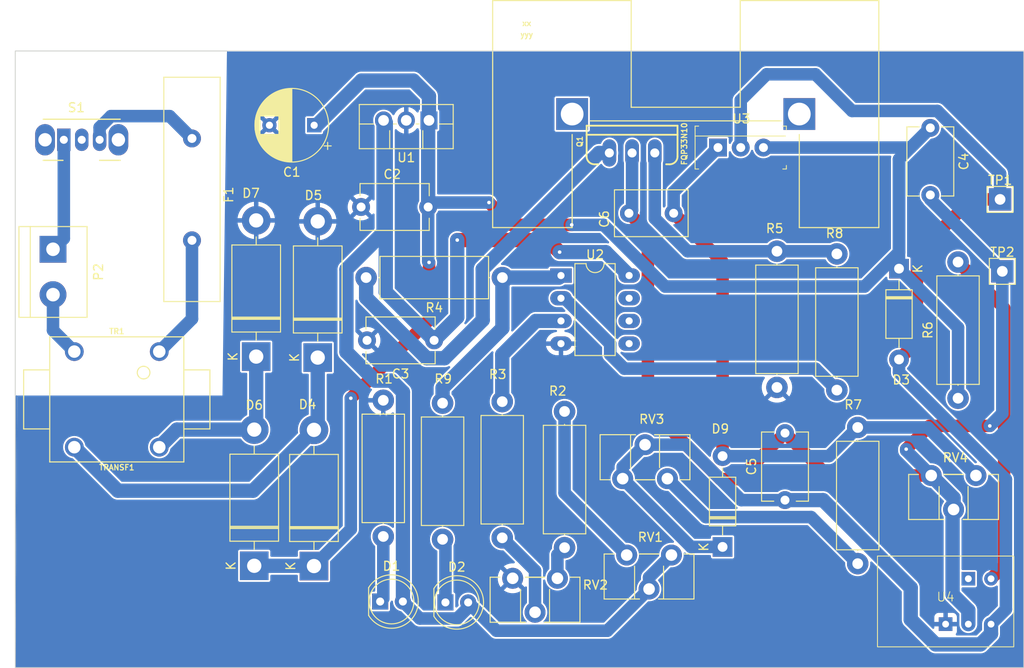
<source format=kicad_pcb>
(kicad_pcb (version 20221018) (generator pcbnew)
  (layers (0 "F.Cu" signal) (31 "B.Cu" signal) (34 "B.Paste" user) (35 "F.Paste" user) (36 "B.SilkS" user "B.Silkscreen") (37 "F.SilkS" user "F.Silkscreen") (38 "B.Mask" user) (39 "F.Mask" user) (44 "Edge.Cuts" user))
  (net 0 "")
  (net 1 "Net-(D9-A)")
  (net 2 "/Load_Yellow")
  (net 3 "Net-(R4-Pad1)")
  (net 4 "Net-(F1-Pad2)")
  (net 5 "Net-(D6-A)")
  (net 6 "Net-(D4-A)")
  (net 7 "Net-(Q1-G)")
  (net 8 "/Load_Red")
  (net 9 "Net-(D2-K)")
  (net 10 "Net-(D1-K)")
  (net 11 "Net-(U2A--)")
  (net 12 "Net-(R7-Pad1)")
  (net 13 "Net-(U2A-+)")
  (net 14 "Net-(R3-Pad2)")
  (net 15 "Net-(R2-Pad1)")
  (net 16 "Net-(R2-Pad2)")
  (net 20 "Net-(S1-2)")
  (net 21 "Net-(P2-AC_P)")
  (net 22 "Net-(P2-AC_N)")
  (net 23 "GND")
  (net 24 "Net-(D1-A)")
  (net 25 "Net-(Q1-S)")
  (net 26 "Net-(#FLG01-pwr)")
  (net 27 "/Gnd_volt")
  (net 28 "/5v_volt")
  (footprint "Capacitor_THT:C_Disc_D7.5mm_W5.0mm_P7.50mm" (layer "F.Cu") (at 173.35 108.3 90)
    (fp_text reference "C5" (at 3.75 -3.75 90) (layer "F.SilkS"))
    (fp_text value "1uF MICC 50V")
    (pad "1" thru_hole circle (at 0 0 90) (size 2 2) (drill 1) (layers "*.Cu" "*.Mask") (net 8 "/Load_Red"))
    (pad "2" thru_hole circle (at 7.5 0 90) (size 2 2) (drill 1) (layers "*.Cu" "*.Mask") (net 2 "/Load_Yellow"))
  )
  (footprint "Diode_THT:D_DO-41_SOD81_P10.16mm_Horizontal" (layer "F.Cu") (at 166.37 113.538 90)
    (fp_text reference "D9" (at 13.208 -0.254 180) (layer "F.SilkS"))
    (fp_text value "1N4007")
    (fp_text user "K" (at 0 -2.1 90) (layer "F.SilkS"))
    (pad "1" thru_hole rect (at 0 0 90) (size 2.2 2.2) (drill 1.1) (layers "*.Cu" "*.Mask") (net 8 "/Load_Red"))
    (pad "2" thru_hole oval (at 10.16 0 90) (size 2.2 2.2) (drill 1.1) (layers "*.Cu" "*.Mask") (net 1 "Net-(D9-A)"))
  )
  (footprint "Resistor_THT:R_Axial_DIN0414_L11.9mm_D4.5mm_P15.24mm_Horizontal" (layer "F.Cu") (at 179.15 95.99 90)
    (fp_text reference "R8" (at 17.526 -0.254 180) (layer "F.SilkS"))
    (fp_text value "1k")
    (pad "1" thru_hole circle (at 0 0 90) (size 2.4 2.4) (drill 1.2) (layers "*.Cu" "*.Mask") (net 11 "Net-(U2A--)"))
    (pad "2" thru_hole oval (at 15.24 0 90) (size 2.4 2.4) (drill 1.2) (layers "*.Cu" "*.Mask") (net 25 "Net-(Q1-S)"))
  )
  (footprint "Potentiometer_THT:Potentiometer_ACP_CA9-H3,8_Horizontal" (layer "F.Cu") (at 147.9 117.05 -90)
    (fp_text reference "RV2" (at 0.75 -4.25 -180) (layer "F.SilkS"))
    (fp_text value "1k")
    (pad "1" thru_hole circle (at 0 0 270) (size 2.34 2.34) (drill 1.3) (layers "*.Cu" "*.Mask") (net 16 "Net-(R2-Pad2)"))
    (pad "2" thru_hole circle (at 3.8 2.5 270) (size 2.34 2.34) (drill 1.3) (layers "*.Cu" "*.Mask") (net 14 "Net-(R3-Pad2)"))
    (pad "3" thru_hole circle (at 0 5 270) (size 2.34 2.34) (drill 1.3) (layers "*.Cu" "*.Mask") (net 23 "GND"))
  )
  (footprint "Resistor_THT:R_Axial_DIN0414_L11.9mm_D4.5mm_P15.24mm_Horizontal" (layer "F.Cu") (at 141.75 83.4 180)
    (fp_text reference "R4" (at 7.62 -3.37) (layer "F.SilkS"))
    (fp_text value "220")
    (pad "1" thru_hole circle (at 0 0 180) (size 2.4 2.4) (drill 1.2) (layers "*.Cu" "*.Mask") (net 3 "Net-(R4-Pad1)"))
    (pad "2" thru_hole oval (at 15.24 0 180) (size 2.4 2.4) (drill 1.2) (layers "*.Cu" "*.Mask") (net 7 "Net-(Q1-G)"))
  )
  (footprint "Potentiometer_THT:Potentiometer_ACP_CA9-H3,8_Horizontal" (layer "F.Cu") (at 194.7 105.55 -90)
    (fp_text reference "RV4" (at -2 2.3 -180) (layer "F.SilkS"))
    (fp_text value "2.5k")
    (pad "1" thru_hole circle (at 0 0 270) (size 2.34 2.34) (drill 1.3) (layers "*.Cu" "*.Mask") (net 1 "Net-(D9-A)"))
    (pad "2" thru_hole circle (at 3.8 2.5 270) (size 2.34 2.34) (drill 1.3) (layers "*.Cu" "*.Mask") (net 2 "/Load_Yellow"))
    (pad "3" thru_hole circle (at 0 5 270) (size 2.34 2.34) (drill 1.3) (layers "*.Cu" "*.Mask") (net 2 "/Load_Yellow"))
  )
  (footprint "Resistor_THT:R_Axial_DIN0414_L11.9mm_D4.5mm_P15.24mm_Horizontal" (layer "F.Cu") (at 192.7 96.9 90)
    (fp_text reference "R6" (at 7.62 -3.37 90) (layer "F.SilkS"))
    (fp_text value "1.5k")
    (pad "1" thru_hole circle (at 0 0 90) (size 2.4 2.4) (drill 1.2) (layers "*.Cu" "*.Mask") (net 26 "Net-(#FLG01-pwr)"))
    (pad "2" thru_hole oval (at 15.24 0 90) (size 2.4 2.4) (drill 1.2) (layers "*.Cu" "*.Mask") (net 28 "/5v_volt"))
  )
  (footprint "Diode_THT:D_DO-201AD_P15.24mm_Horizontal" (layer "F.Cu") (at 120.68 115.68 90)
    (fp_text reference "D4" (at 18.08 -0.72 180) (layer "F.SilkS"))
    (fp_text value "1N5822")
    (fp_text user "K" (at 0 -2.6 90) (layer "F.SilkS"))
    (pad "1" thru_hole rect (at 0 0 90) (size 3.2 3.2) (drill 1.6) (layers "*.Cu" "*.Mask") (net 26 "Net-(#FLG01-pwr)"))
    (pad "2" thru_hole oval (at 15.24 0 90) (size 3.2 3.2) (drill 1.6) (layers "*.Cu" "*.Mask") (net 6 "Net-(D4-A)"))
  )
  (footprint "Resistor_THT:R_Axial_DIN0414_L11.9mm_D4.5mm_P15.24mm_Horizontal" (layer "F.Cu") (at 128.43 112.37 90)
    (fp_text reference "R1" (at 17.628 0.094 180) (layer "F.SilkS"))
    (fp_text value "10k")
    (pad "1" thru_hole circle (at 0 0 90) (size 2.4 2.4) (drill 1.2) (layers "*.Cu" "*.Mask") (net 10 "Net-(D1-K)"))
    (pad "2" thru_hole oval (at 15.24 0 90) (size 2.4 2.4) (drill 1.2) (layers "*.Cu" "*.Mask") (net 23 "GND"))
  )
  (footprint "TestPoint:TestPoint_THTPad_2.5x2.5mm_Drill1.2mm" (layer "F.Cu") (at 197.4 74.65)
    (fp_text reference "TP1" (at 0 -2.148) (layer "F.SilkS"))
    (fp_text value "+")
    (pad "1" thru_hole rect (at 0 0) (size 2.5 2.5) (drill 1.2) (layers "*.Cu" "*.Mask") (net 8 "/Load_Red"))
  )
  (footprint "Resistor_THT:R_Axial_DIN0414_L11.9mm_D4.5mm_P15.24mm_Horizontal" (layer "F.Cu") (at 148.7 98.38 -90)
    (fp_text reference "R2" (at -2.286 0.762 -180) (layer "F.SilkS"))
    (fp_text value "75k")
    (pad "1" thru_hole circle (at 0 0 270) (size 2.4 2.4) (drill 1.2) (layers "*.Cu" "*.Mask") (net 15 "Net-(R2-Pad1)"))
    (pad "2" thru_hole oval (at 15.24 0 270) (size 2.4 2.4) (drill 1.2) (layers "*.Cu" "*.Mask") (net 16 "Net-(R2-Pad2)"))
  )
  (footprint "Button_Switch_THT:SW_CuK_OS102011MA1QN1_SPDT_Angled" (layer "F.Cu") (at 92.71 67.98)
    (fp_text reference "S1" (at 1.4 -3.6) (layer "F.SilkS"))
    (fp_text value "SWITCH-MOMENTARY")
    (pad "" thru_hole oval (at -2.1 0) (size 2.2 3.5) (drill 1.5) (layers "*.Cu" "*.Mask"))
    (pad "" thru_hole oval (at 6.1 0) (size 2.2 3.5) (drill 1.5) (layers "*.Cu" "*.Mask"))
    (pad "1" thru_hole rect (at 0 0) (size 1.5 2.5) (drill 0.9) (layers "*.Cu" "*.Mask") (net 21 "Net-(P2-AC_P)"))
    (pad "2" thru_hole oval (at 2 0) (size 1.5 2.5) (drill 0.9) (layers "*.Cu" "*.Mask"))
    (pad "3" thru_hole oval (at 4 0) (size 1.5 2.5) (drill 0.9) (layers "*.Cu" "*.Mask") (net 20 "Net-(S1-2)"))
  )
  (footprint "Diode_THT:D_DO-201AD_P15.24mm_Horizontal" (layer "F.Cu") (at 114.22 92.24 90)
    (fp_text reference "D7" (at 18.28 -0.58 180) (layer "F.SilkS"))
    (fp_text value "1N5822")
    (fp_text user "K" (at 0 -2.6 90) (layer "F.SilkS"))
    (pad "1" thru_hole rect (at 0 0 90) (size 3.2 3.2) (drill 1.6) (layers "*.Cu" "*.Mask") (net 5 "Net-(D6-A)"))
    (pad "2" thru_hole oval (at 15.24 0 90) (size 3.2 3.2) (drill 1.6) (layers "*.Cu" "*.Mask") (net 23 "GND"))
  )
  (footprint "Diode_THT:D_DO-201AD_P15.24mm_Horizontal" (layer "F.Cu") (at 121.1 92.35 90)
    (fp_text reference "D5" (at 18.15 -0.48 180) (layer "F.SilkS"))
    (fp_text value "1N5822")
    (fp_text user "K" (at 0 -2.6 90) (layer "F.SilkS"))
    (pad "1" thru_hole rect (at 0 0 90) (size 3.2 3.2) (drill 1.6) (layers "*.Cu" "*.Mask") (net 6 "Net-(D4-A)"))
    (pad "2" thru_hole oval (at 15.24 0 90) (size 3.2 3.2) (drill 1.6) (layers "*.Cu" "*.Mask") (net 23 "GND"))
  )
  (footprint "Capacitor_THT:C_Disc_D7.5mm_W5.0mm_P7.50mm" (layer "F.Cu") (at 189.6 66.65 -90)
    (fp_text reference "C4" (at 3.75 -3.75 90) (layer "F.SilkS"))
    (fp_text value "100nF 50v")
    (pad "1" thru_hole circle (at 0 0 270) (size 2 2) (drill 1) (layers "*.Cu" "*.Mask") (net 26 "Net-(#FLG01-pwr)"))
    (pad "2" thru_hole circle (at 7.5 0 270) (size 2 2) (drill 1) (layers "*.Cu" "*.Mask") (net 2 "/Load_Yellow"))
  )
  (footprint "Resistor_THT:R_Axial_DIN0414_L11.9mm_D4.5mm_P15.24mm_Horizontal" (layer "F.Cu") (at 172.45 95.69 90)
    (fp_text reference "R5" (at 17.78 -0.254 180) (layer "F.SilkS"))
    (fp_text value "0.3")
    (pad "1" thru_hole circle (at 0 0 90) (size 2.4 2.4) (drill 1.2) (layers "*.Cu" "*.Mask") (net 23 "GND"))
    (pad "2" thru_hole oval (at 15.24 0 90) (size 2.4 2.4) (drill 1.2) (layers "*.Cu" "*.Mask") (net 25 "Net-(Q1-S)"))
  )
  (footprint "Silicon-Standard:TO220V" (layer "F.Cu") (at 156.25 69.45)
    (fp_text reference "Q1" (at -5.842 -1.27 90) (layer "F.SilkS") (effects (font (size 0.6096 0.6096) (thickness 0.127))))
    (fp_text value "FQP33N10" (at 5.842 -1.016 90) (layer "F.SilkS") (effects (font (size 0.6096 0.6096) (thickness 0.127))))
    (pad "1" thru_hole oval (at -2.54 0 180) (size 1.524 3.048) (drill 1.016) (layers "*.Cu" "*.Mask") (net 7 "Net-(Q1-G)"))
    (pad "2" thru_hole oval (at 0 0 180) (size 1.524 3.048) (drill 1.016) (layers "*.Cu" "*.Mask") (net 2 "/Load_Yellow"))
    (pad "3" thru_hole oval (at 2.54 0 180) (size 1.524 3.048) (drill 1.016) (layers "*.Cu" "*.Mask") (net 25 "Net-(Q1-S)"))
  )
  (footprint "Resistor_THT:R_Axial_DIN0414_L11.9mm_D4.5mm_P15.24mm_Horizontal" (layer "F.Cu") (at 135.06 112.69 90)
    (fp_text reference "R9" (at 17.948 0.068 180) (layer "F.SilkS"))
    (fp_text value "7.5k")
    (pad "1" thru_hole circle (at 0 0 90) (size 2.4 2.4) (drill 1.2) (layers "*.Cu" "*.Mask") (net 9 "Net-(D2-K)"))
    (pad "2" thru_hole oval (at 15.24 0 90) (size 2.4 2.4) (drill 1.2) (layers "*.Cu" "*.Mask") (net 3 "Net-(R4-Pad1)"))
  )
  (footprint "Resistor_THT:R_Axial_DIN0414_L11.9mm_D4.5mm_P15.24mm_Horizontal" (layer "F.Cu") (at 181.48 115.41 90)
    (fp_text reference "R7" (at 17.78 -0.508 180) (layer "F.SilkS"))
    (fp_text value "180")
    (pad "1" thru_hole circle (at 0 0 90) (size 2.4 2.4) (drill 1.2) (layers "*.Cu" "*.Mask") (net 12 "Net-(R7-Pad1)"))
    (pad "2" thru_hole oval (at 15.24 0 90) (size 2.4 2.4) (drill 1.2) (layers "*.Cu" "*.Mask") (net 1 "Net-(D9-A)"))
  )
  (footprint "digikey-footprints:TO-220-3" (layer "F.Cu") (at 165.86 68.85)
    (fp_text reference "U3" (at 2.62 -3.22) (layer "F.SilkS"))
    (fp_text value "LM317T")
    (pad "1" thru_hole rect (at 0 0) (size 2 2) (drill 1) (layers "*.Cu" "*.Mask") (net 1 "Net-(D9-A)"))
    (pad "2" thru_hole circle (at 2.54 0) (size 2 2) (drill 1) (layers "*.Cu" "*.Mask") (net 8 "/Load_Red"))
    (pad "3" thru_hole circle (at 5.08 0) (size 2 2) (drill 1) (layers "*.Cu" "*.Mask") (net 26 "Net-(#FLG01-pwr)"))
  )
  (footprint "Electromechanical:HEATSINK_PRT-9576" (layer "F.Cu") (at 162.25 65.1)
    (fp_text reference "xx" (at -17.78 -10.16) (layer "F.SilkS") (effects (font (size 0.6096 0.6096) (thickness 0.127))))
    (fp_text value "yyy" (at -17.78 -8.89) (layer "F.SilkS") (effects (font (size 0.6096 0.6096) (thickness 0.127))))
    (pad "P$1" thru_hole rect (at -12.7 0) (size 3.556 3.556) (drill 2.54) (layers "*.Cu" "*.Mask"))
    (pad "P$2" thru_hole rect (at 12.7 0) (size 3.556 3.556) (drill 2.54) (layers "*.Cu" "*.Mask"))
  )
  (footprint "Bench_Power_Supply:Volt_Amper_Meter_5_Cable" (layer "F.Cu") (at 191.31 119.64)
    (fp_text reference "U4" (at 0 -0.5 unlocked) (layer "F.SilkS") (effects (font (thickness 0.1))))
    (fp_text value "~")
    (pad "1" thru_hole circle (at 5.08 -2.54) (size 1.524 1.524) (drill 0.762) (layers "*.Cu" "*.Mask") (net 28 "/5v_volt"))
    (pad "2" thru_hole rect (at 2.54 -2.54) (size 1.524 1.524) (drill 0.762) (layers "*.Cu" "*.Mask") (net 27 "/Gnd_volt"))
    (pad "3" thru_hole circle (at 5.08 2.54) (size 1.524 1.524) (drill 0.762) (layers "*.Cu" "*.Mask") (net 8 "/Load_Red"))
    (pad "4" thru_hole circle (at 2.54 2.54) (size 1.524 1.524) (drill 0.762) (layers "*.Cu" "*.Mask") (net 2 "/Load_Yellow"))
    (pad "5" thru_hole rect (at 0 2.54) (size 1.524 1.524) (drill 0.762) (layers "*.Cu" "*.Mask") (net 23 "GND"))
  )
  (footprint "Capacitor_THT:C_Disc_D8.0mm_W5.0mm_P5.00mm" (layer "F.Cu") (at 160.9 76.2 180)
    (fp_text reference "C6" (at 7.75 -0.65 90) (layer "F.SilkS"))
    (fp_text value "10uF 25V Tant.")
    (pad "1" thru_hole circle (at 0 0 180) (size 2 2) (drill 1) (layers "*.Cu" "*.Mask") (net 1 "Net-(D9-A)"))
    (pad "2" thru_hole circle (at 5 0 180) (size 2 2) (drill 1) (layers "*.Cu" "*.Mask") (net 2 "/Load_Yellow"))
  )
  (footprint "TestPoint:TestPoint_THTPad_2.5x2.5mm_Drill1.2mm" (layer "F.Cu") (at 197.65 82.7)
    (fp_text reference "TP2" (at 0 -2.148) (layer "F.SilkS"))
    (fp_text value "-")
    (pad "1" thru_hole rect (at 0 0) (size 2.5 2.5) (drill 1.2) (layers "*.Cu" "*.Mask") (net 2 "/Load_Yellow"))
  )
  (footprint "TerminalBlock:TerminalBlock_bornier-2_P5.08mm" (layer "F.Cu") (at 91.5 80.23 -90)
    (fp_text reference "P2" (at 2.54 -5.08 90) (layer "F.SilkS"))
    (fp_text value "Conn_WallPlug")
    (pad "1" thru_hole rect (at 0 0 270) (size 3 3) (drill 1.52) (layers "*.Cu" "*.Mask") (net 21 "Net-(P2-AC_P)"))
    (pad "2" thru_hole circle (at 5.08 0 270) (size 3 3) (drill 1.52) (layers "*.Cu" "*.Mask") (net 22 "Net-(P2-AC_N)"))
  )
  (footprint "Diode_THT:D_DO-201AD_P15.24mm_Horizontal" (layer "F.Cu") (at 114 115.65 90)
    (fp_text reference "D6" (at 17.98 0 180) (layer "F.SilkS"))
    (fp_text value "1N5822")
    (fp_text user "K" (at 0 -2.6 90) (layer "F.SilkS"))
    (pad "1" thru_hole rect (at 0 0 90) (size 3.2 3.2) (drill 1.6) (layers "*.Cu" "*.Mask") (net 26 "Net-(#FLG01-pwr)"))
    (pad "2" thru_hole oval (at 15.24 0 90) (size 3.2 3.2) (drill 1.6) (layers "*.Cu" "*.Mask") (net 5 "Net-(D6-A)"))
  )
  (footprint "Package_DIP:DIP-8_W7.62mm_LongPads" (layer "F.Cu") (at 148.3 83.17)
    (fp_text reference "U2" (at 3.81 -2.33) (layer "F.SilkS"))
    (fp_text value "LM358")
    (pad "1" thru_hole rect (at 0 0) (size 2.4 1.6) (drill 0.8) (layers "*.Cu" "*.Mask") (net 3 "Net-(R4-Pad1)"))
    (pad "2" thru_hole oval (at 0 2.54) (size 2.4 1.6) (drill 0.8) (layers "*.Cu" "*.Mask") (net 11 "Net-(U2A--)"))
    (pad "3" thru_hole oval (at 0 5.08) (size 2.4 1.6) (drill 0.8) (layers "*.Cu" "*.Mask") (net 13 "Net-(U2A-+)"))
    (pad "4" thru_hole oval (at 0 7.62) (size 2.4 1.6) (drill 0.8) (layers "*.Cu" "*.Mask") (net 23 "GND"))
    (pad "5" thru_hole oval (at 7.62 7.62) (size 2.4 1.6) (drill 0.8) (layers "*.Cu" "*.Mask"))
    (pad "6" thru_hole oval (at 7.62 5.08) (size 2.4 1.6) (drill 0.8) (layers "*.Cu" "*.Mask"))
    (pad "7" thru_hole oval (at 7.62 2.54) (size 2.4 1.6) (drill 0.8) (layers "*.Cu" "*.Mask"))
    (pad "8" thru_hole oval (at 7.62 0) (size 2.4 1.6) (drill 0.8) (layers "*.Cu" "*.Mask") (net 24 "Net-(D1-A)"))
  )
  (footprint "Diode_THT:D_DO-41_SOD81_P10.16mm_Horizontal" (layer "F.Cu") (at 186.1 82.4 -90)
    (fp_text reference "D3" (at 12.446 -0.254) (layer "F.SilkS"))
    (fp_text value "1N4007")
    (fp_text user "K" (at 0 -2.1 90) (layer "F.SilkS"))
    (pad "1" thru_hole rect (at 0 0 270) (size 2.2 2.2) (drill 1.1) (layers "*.Cu" "*.Mask") (net 26 "Net-(#FLG01-pwr)"))
    (pad "2" thru_hole oval (at 10.16 0 270) (size 2.2 2.2) (drill 1.1) (layers "*.Cu" "*.Mask") (net 8 "/Load_Red"))
  )
  (footprint "Package_TO_SOT_THT:TO-220F-3_Vertical" (layer "F.Cu") (at 133.54 65.805 180)
    (fp_text reference "U1" (at 2.54 -4.1675) (layer "F.SilkS"))
    (fp_text value "L7812")
    (pad "1" thru_hole rect (at 0 0 180) (size 1.905 2) (drill 1.2) (layers "*.Cu" "*.Mask") (net 26 "Net-(#FLG01-pwr)"))
    (pad "2" thru_hole oval (at 2.54 0 180) (size 1.905 2) (drill 1.2) (layers "*.Cu" "*.Mask") (net 23 "GND"))
    (pad "3" thru_hole oval (at 5.08 0 180) (size 1.905 2) (drill 1.2) (layers "*.Cu" "*.Mask") (net 24 "Net-(D1-A)"))
  )
  (footprint "LED_THT:LED_D5.0mm" (layer "F.Cu") (at 135.38 119.75)
    (fp_text reference "D2" (at 1.27 -3.96) (layer "F.SilkS"))
    (fp_text value "Red")
    (pad "1" thru_hole rect (at 0 0) (size 1.8 1.8) (drill 0.9) (layers "*.Cu" "*.Mask") (net 9 "Net-(D2-K)"))
    (pad "2" thru_hole circle (at 2.54 0) (size 1.8 1.8) (drill 0.9) (layers "*.Cu" "*.Mask") (net 24 "Net-(D1-A)"))
  )
  (footprint "Capacitor_THT:C_Disc_D7.5mm_W5.0mm_P7.50mm" (layer "F.Cu") (at 133.45 75.5 180)
    (fp_text reference "C2" (at 4.02 3.66) (layer "F.SilkS"))
    (fp_text value "100nF 50v")
    (pad "1" thru_hole circle (at 0 0 180) (size 2 2) (drill 1) (layers "*.Cu" "*.Mask") (net 26 "Net-(#FLG01-pwr)"))
    (pad "2" thru_hole circle (at 7.5 0 180) (size 2 2) (drill 1) (layers "*.Cu" "*.Mask") (net 23 "GND"))
  )
  (footprint "Capacitor_THT:C_Disc_D7.5mm_W5.0mm_P7.50mm" (layer "F.Cu") (at 134.112 90.424 180)
    (fp_text reference "C3" (at 3.75 -3.75) (layer "F.SilkS"))
    (fp_text value "1uF MICC 50V")
    (pad "1" thru_hole circle (at 0 0 180) (size 2 2) (drill 1) (layers "*.Cu" "*.Mask") (net 24 "Net-(D1-A)"))
    (pad "2" thru_hole circle (at 7.5 0 180) (size 2 2) (drill 1) (layers "*.Cu" "*.Mask") (net 23 "GND"))
  )
  (footprint "Capacitor_THT:CP_Radial_D8.0mm_P5.00mm" (layer "F.Cu") (at 120.7 66.35 180)
    (fp_text reference "C1" (at 2.5 -5.25) (layer "F.SilkS"))
    (fp_text value "4700uF 35V")
    (pad "1" thru_hole rect (at 0 0 180) (size 1.6 1.6) (drill 0.8) (layers "*.Cu" "*.Mask") (net 26 "Net-(#FLG01-pwr)"))
    (pad "2" thru_hole circle (at 5 0 180) (size 1.6 1.6) (drill 0.8) (layers "*.Cu" "*.Mask") (net 23 "GND"))
  )
  (footprint "Resistor_THT:R_Axial_DIN0414_L11.9mm_D4.5mm_P15.24mm_Horizontal" (layer "F.Cu") (at 141.732 97.282 -90)
    (fp_text reference "R3" (at -3.048 0.508 -180) (layer "F.SilkS"))
    (fp_text value "1k")
    (pad "1" thru_hole circle (at 0 0 270) (size 2.4 2.4) (drill 1.2) (layers "*.Cu" "*.Mask") (net 13 "Net-(U2A-+)"))
    (pad "2" thru_hole oval (at 15.24 0 270) (size 2.4 2.4) (drill 1.2) (layers "*.Cu" "*.Mask") (net 14 "Net-(R3-Pad2)"))
  )
  (footprint "Potentiometer_THT:Potentiometer_ACP_CA9-H3,8_Horizontal" (layer "F.Cu") (at 155.2 105.9 90)
    (fp_text reference "RV3" (at 6.65 3.25) (layer "F.SilkS"))
    (fp_text value "100")
    (pad "1" thru_hole circle (at 0 0 90) (size 2.34 2.34) (drill 1.3) (layers "*.Cu" "*.Mask") (net 8 "/Load_Red"))
    (pad "2" thru_hole circle (at 3.8 2.5 90) (size 2.34 2.34) (drill 1.3) (layers "*.Cu" "*.Mask") (net 8 "/Load_Red"))
    (pad "3" thru_hole circle (at 0 5 90) (size 2.34 2.34) (drill 1.3) (layers "*.Cu" "*.Mask") (net 12 "Net-(R7-Pad1)"))
  )
  (footprint "LED_THT:LED_D5.0mm" (layer "F.Cu") (at 128.08 119.65)
    (fp_text reference "D1" (at 1.27 -3.96) (layer "F.SilkS"))
    (fp_text value "Green On")
    (pad "1" thru_hole rect (at 0 0) (size 1.8 1.8) (drill 0.9) (layers "*.Cu" "*.Mask") (net 10 "Net-(D1-K)"))
    (pad "2" thru_hole circle (at 2.54 0) (size 1.8 1.8) (drill 0.9) (layers "*.Cu" "*.Mask") (net 24 "Net-(D1-A)"))
  )
  (footprint "Fuse:Fuse_Littelfuse-LVR200" (layer "F.Cu") (at 107.04 67.83 -90)
    (fp_text reference "F1" (at 6.3 -4.1 90) (layer "F.SilkS"))
    (fp_text value "Fuse")
    (pad "1" thru_hole circle (at 0 0 270) (size 2 2) (drill 1) (layers "*.Cu" "*.Mask") (net 20 "Net-(S1-2)"))
    (pad "2" thru_hole circle (at 11.4 0 270) (size 2 2) (drill 1) (layers "*.Cu" "*.Mask") (net 4 "Net-(F1-Pad2)"))
  )
  (footprint "Coils:TRANSFORMER" (layer "F.Cu") (at 98.63 97.03 -90)
    (fp_text reference "TR1" (at -7.62 0) (layer "F.SilkS") (effects (font (size 0.6096 0.6096) (thickness 0.127))))
    (fp_text value "TRANSF1" (at 7.62 0) (layer "F.SilkS") (effects (font (size 0.6096 0.6096) (thickness 0.127))))
    (pad "1" thru_hole circle (at -5.34924 -4.7498 270) (size 2.09804 2.09804) (drill 1.39954) (layers "*.Cu" "*.Mask") (net 4 "Net-(F1-Pad2)"))
    (pad "2" thru_hole circle (at -5.34924 4.7498 270) (size 2.09804 2.09804) (drill 1.39954) (layers "*.Cu" "*.Mask") (net 22 "Net-(P2-AC_N)"))
    (pad "3" thru_hole circle (at 5.34924 4.7498 270) (size 2.09804 2.09804) (drill 1.39954) (layers "*.Cu" "*.Mask") (net 6 "Net-(D4-A)"))
    (pad "4" thru_hole circle (at 5.34924 -4.7498 270) (size 2.09804 2.09804) (drill 1.39954) (layers "*.Cu" "*.Mask") (net 5 "Net-(D6-A)"))
  )
  (footprint "Potentiometer_THT:Potentiometer_ACP_CA9-H3,8_Horizontal" (layer "F.Cu") (at 160.65 114.45 -90)
    (fp_text reference "RV1" (at -2 2.35 -180) (layer "F.SilkS"))
    (fp_text value "100k")
    (pad "1" thru_hole circle (at 0 0 270) (size 2.34 2.34) (drill 1.3) (layers "*.Cu" "*.Mask") (net 24 "Net-(D1-A)"))
    (pad "2" thru_hole circle (at 3.8 2.5 270) (size 2.34 2.34) (drill 1.3) (layers "*.Cu" "*.Mask") (net 24 "Net-(D1-A)"))
    (pad "3" thru_hole circle (at 0 5 270) (size 2.34 2.34) (drill 1.3) (layers "*.Cu" "*.Mask") (net 15 "Net-(R2-Pad1)"))
  )
  (gr_rect (start 87.28 58.04) (end 200.05 127.05) (stroke (width 0.1)) (fill none) (layer "Edge.Cuts"))
  (segment (start 166.37 81.67) (end 160.9 76.2) (width 1.4) (layer "F.Cu") (net 1))
  (segment (start 166.37 103.378) (end 166.37 81.67) (width 1.4) (layer "F.Cu") (net 1))
  (segment (start 178.272 103.378) (end 181.48 100.17) (width 1.4) (layer "B.Cu") (net 1))
  (segment (start 160.9 73.81) (end 165.86 68.85) (width 1.4) (layer "B.Cu") (net 1))
  (segment (start 194.7 105.55) (end 189.32 100.17) (width 1.4) (layer "B.Cu") (net 1))
  (segment (start 166.37 103.378) (end 178.272 103.378) (width 1.4) (layer "B.Cu") (net 1))
  (segment (start 160.9 76.2) (end 160.9 73.81) (width 1.4) (layer "B.Cu") (net 1))
  (segment (start 189.32 100.17) (end 181.48 100.17) (width 1.4) (layer "B.Cu") (net 1))
  (segment (start 158.02 78.32) (end 158.02 97.856428) (width 1.4) (layer "F.Cu") (net 2))
  (segment (start 168.2 105.95) (end 173.35 100.8) (width 1.4) (layer "F.Cu") (net 2))
  (segment (start 155.9 76.2) (end 158.02 78.32) (width 1.4) (layer "F.Cu") (net 2))
  (segment (start 196.25 100) (end 189.5 100) (width 1.4) (layer "F.Cu") (net 2))
  (segment (start 189.5 100) (end 186.9 102.6) (width 1.4) (layer "F.Cu") (net 2))
  (segment (start 173.35 100.8) (end 178.1 105.55) (width 1.4) (layer "F.Cu") (net 2))
  (segment (start 166.113572 105.95) (end 168.2 105.95) (width 1.4) (layer "F.Cu") (net 2))
  (segment (start 178.1 105.55) (end 189.7 105.55) (width 1.4) (layer "F.Cu") (net 2))
  (segment (start 158.02 97.856428) (end 166.113572 105.95) (width 1.4) (layer "F.Cu") (net 2))
  (via (at 196.25 100) (size 0.8) (drill 0.4) (layers "F.Cu" "B.Cu") (net 2))
  (via (at 186.9 102.6) (size 0.8) (drill 0.4) (layers "F.Cu" "B.Cu") (net 2))
  (segment (start 197.65 98.6) (end 196.25 100) (width 1.4) (layer "B.Cu") (net 2))
  (segment (start 156.25 75.85) (end 155.9 76.2) (width 1.4) (layer "B.Cu") (net 2))
  (segment (start 192.2 109.35) (end 192.2 108.05) (width 1.6) (layer "B.Cu") (net 2))
  (segment (start 156.25 69.45) (end 156.25 75.85) (width 1.4) (layer "B.Cu") (net 2))
  (segment (start 186.9 102.75) (end 189.7 105.55) (width 1.4) (layer "B.Cu") (net 2))
  (segment (start 193.85 122.18) (end 193.85 120.624) (width 1.6) (layer "B.Cu") (net 2))
  (segment (start 189.6 74.15) (end 189.6 74.65) (width 1.4) (layer "B.Cu") (net 2))
  (segment (start 192.2 108.05) (end 189.7 105.55) (width 1.6) (layer "B.Cu") (net 2))
  (segment (start 189.6 74.65) (end 197.65 82.7) (width 1.4) (layer "B.Cu") (net 2))
  (segment (start 192.088 118.862) (end 192.088 109.462) (width 1.6) (layer "B.Cu") (net 2))
  (segment (start 197.65 82.7) (end 197.65 98.6) (width 1.4) (layer "B.Cu") (net 2))
  (segment (start 193.85 120.624) (end 192.088 118.862) (width 1.6) (layer "B.Cu") (net 2))
  (segment (start 192.088 109.462) (end 192.2 109.35) (width 1.6) (layer "B.Cu") (net 2))
  (segment (start 186.9 102.6) (end 186.9 102.75) (width 1.4) (layer "B.Cu") (net 2))
  (segment (start 135.06 95.752944) (end 141.75 89.062944) (width 1.6) (layer "B.Cu") (net 3))
  (segment (start 148.07 83.4) (end 148.3 83.17) (width 1.6) (layer "B.Cu") (net 3))
  (segment (start 141.75 89.062944) (end 141.75 83.4) (width 1.6) (layer "B.Cu") (net 3))
  (segment (start 135.06 97.45) (end 135.06 95.752944) (width 1.6) (layer "B.Cu") (net 3))
  (segment (start 141.75 83.4) (end 148.07 83.4) (width 1.6) (layer "B.Cu") (net 3))
  (segment (start 107.04 88.02056) (end 103.3798 91.68076) (width 1.4) (layer "B.Cu") (net 4))
  (segment (start 107.04 79.23) (end 107.04 88.02056) (width 1.4) (layer "B.Cu") (net 4))
  (segment (start 114.22 92.24) (end 114.22 100.19) (width 1.6) (layer "B.Cu") (net 5))
  (segment (start 105.34904 100.41) (end 103.3798 102.37924) (width 1.6) (layer "B.Cu") (net 5))
  (segment (start 114.22 100.19) (end 114 100.41) (width 1.6) (layer "B.Cu") (net 5))
  (segment (start 114 100.41) (end 105.34904 100.41) (width 1.6) (layer "B.Cu") (net 5))
  (segment (start 113.87 107.25) (end 120.68 100.44) (width 1.6) (layer "B.Cu") (net 6))
  (segment (start 121.1 100.02) (end 120.68 100.44) (width 1.6) (layer "B.Cu") (net 6))
  (segment (start 121.1 92.35) (end 121.1 100.02) (width 1.6) (layer "B.Cu") (net 6))
  (segment (start 93.8802 102.37924) (end 98.75096 107.25) (width 1.6) (layer "B.Cu") (net 6))
  (segment (start 98.75096 107.25) (end 113.87 107.25) (width 1.6) (layer "B.Cu") (net 6))
  (segment (start 126.51 85.650428) (end 133.283572 92.424) (width 1.6) (layer "B.Cu") (net 7))
  (segment (start 152.55 69.45) (end 153.71 69.45) (width 1.6) (layer "B.Cu") (net 7))
  (segment (start 133.283572 92.424) (end 135.276 92.424) (width 1.6) (layer "B.Cu") (net 7))
  (segment (start 135.276 92.424) (end 139.55 88.15) (width 1.6) (layer "B.Cu") (net 7))
  (segment (start 139.55 82.45) (end 152.55 69.45) (width 1.6) (layer "B.Cu") (net 7))
  (segment (start 139.55 88.15) (end 139.55 82.45) (width 1.6) (layer "B.Cu") (net 7))
  (segment (start 126.51 83.4) (end 126.51 85.650428) (width 1.6) (layer "B.Cu") (net 7))
  (segment (start 194.2 74.65) (end 188.1 80.75) (width 1.4) (layer "F.Cu") (net 8))
  (segment (start 197.4 74.65) (end 194.2 74.65) (width 1.4) (layer "F.Cu") (net 8))
  (segment (start 188.1 90.56) (end 186.1 92.56) (width 1.4) (layer "F.Cu") (net 8))
  (segment (start 188.1 80.75) (end 188.1 90.56) (width 1.4) (layer "F.Cu") (net 8))
  (segment (start 190.2 124.45) (end 187.40873 121.65873) (width 1.6) (layer "B.Cu") (net 8))
  (segment (start 168.4 68.05) (end 168.4 68.85) (width 1.4) (layer "B.Cu") (net 8))
  (segment (start 197.4 71.762994) (end 190.387006 64.75) (width 1.4) (layer "B.Cu") (net 8))
  (segment (start 155.2 105.9) (end 155.2 104.6) (width 1.4) (layer "B.Cu") (net 8))
  (segment (start 180.85 64.75) (end 176.75 60.65) (width 1.4) (layer "B.Cu") (net 8))
  (segment (start 162.838 113.538) (end 166.37 113.538) (width 1.4) (layer "B.Cu") (net 8))
  (segment (start 187.40873 121.65873) (end 187.40873 118.10873) (width 1.6) (layer "B.Cu") (net 8))
  (segment (start 177.6 108.3) (end 173.35 108.3) (width 1.6) (layer "B.Cu") (net 8))
  (segment (start 168.463572 108.3) (end 173.35 108.3) (width 1.4) (layer "B.Cu") (net 8))
  (segment (start 198.052 105.974577) (end 198.052 120.518) (width 1.4) (layer "B.Cu") (net 8))
  (segment (start 157.7 102.1) (end 162.263572 102.1) (width 1.4) (layer "B.Cu") (net 8))
  (segment (start 176.75 60.65) (end 171.3 60.65) (width 1.4) (layer "B.Cu") (net 8))
  (segment (start 171.3 60.65) (end 168.4 63.55) (width 1.4) (layer "B.Cu") (net 8))
  (segment (start 197.4 74.65) (end 197.4 71.762994) (width 1.4) (layer "B.Cu") (net 8))
  (segment (start 198.052 120.518) (end 196.39 122.18) (width 1.4) (layer "B.Cu") (net 8))
  (segment (start 168.4 63.55) (end 168.4 68.85) (width 1.4) (layer "B.Cu") (net 8))
  (segment (start 187.40873 118.10873) (end 177.6 108.3) (width 1.6) (layer "B.Cu") (net 8))
  (segment (start 196.39 122.18) (end 196.39 123.25763) (width 1.6) (layer "B.Cu") (net 8))
  (segment (start 186.1 94.022577) (end 198.052 105.974577) (width 1.4) (layer "B.Cu") (net 8))
  (segment (start 190.387006 64.75) (end 180.85 64.75) (width 1.4) (layer "B.Cu") (net 8))
  (segment (start 155.2 105.9) (end 162.838 113.538) (width 1.4) (layer "B.Cu") (net 8))
  (segment (start 162.263572 102.1) (end 168.463572 108.3) (width 1.4) (layer "B.Cu") (net 8))
  (segment (start 155.2 104.6) (end 157.7 102.1) (width 1.4) (layer "B.Cu") (net 8))
  (segment (start 186.1 92.56) (end 186.1 94.022577) (width 1.4) (layer "B.Cu") (net 8))
  (segment (start 196.39 123.25763) (end 195.19763 124.45) (width 1.6) (layer "B.Cu") (net 8))
  (segment (start 195.19763 124.45) (end 190.2 124.45) (width 1.6) (layer "B.Cu") (net 8))
  (segment (start 135.38 113.01) (end 135.06 112.69) (width 1.4) (layer "B.Cu") (net 9))
  (segment (start 135.38 119.75) (end 135.38 113.01) (width 1.4) (layer "B.Cu") (net 9))
  (segment (start 128.43 119.3) (end 128.08 119.65) (width 1.4) (layer "B.Cu") (net 10))
  (segment (start 128.43 112.37) (end 128.43 119.3) (width 1.4) (layer "B.Cu") (net 10))
  (segment (start 148.7 85.71) (end 153.8 90.81) (width 1.4) (layer "B.Cu") (net 11))
  (segment (start 155.39 93.59) (end 176.75 93.59) (width 1.4) (layer "B.Cu") (net 11))
  (segment (start 153.8 92) (end 155.39 93.59) (width 1.4) (layer "B.Cu") (net 11))
  (segment (start 176.75 93.59) (end 179.15 95.99) (width 1.4) (layer "B.Cu") (net 11))
  (segment (start 148.3 85.71) (end 148.7 85.71) (width 1.4) (layer "B.Cu") (net 11))
  (segment (start 153.8 90.81) (end 153.8 92) (width 1.4) (layer "B.Cu") (net 11))
  (segment (start 160.2 105.9) (end 164.5 110.2) (width 1.4) (layer "B.Cu") (net 12))
  (segment (start 164.5 110.2) (end 176.27 110.2) (width 1.4) (layer "B.Cu") (net 12))
  (segment (start 176.27 110.2) (end 181.48 115.41) (width 1.4) (layer "B.Cu") (net 12))
  (segment (start 141.732 97.282) (end 141.732 92.018) (width 1.6) (layer "B.Cu") (net 13))
  (segment (start 145.5 88.25) (end 148.3 88.25) (width 1.6) (layer "B.Cu") (net 13))
  (segment (start 141.732 92.018) (end 145.5 88.25) (width 1.6) (layer "B.Cu") (net 13))
  (segment (start 141.732 112.522) (end 145.4 116.19) (width 1.4) (layer "B.Cu") (net 14))
  (segment (start 145.4 116.19) (end 145.4 120.85) (width 1.4) (layer "B.Cu") (net 14))
  (segment (start 148.7 107.5) (end 155.65 114.45) (width 1.4) (layer "B.Cu") (net 15))
  (segment (start 148.7 98.38) (end 148.7 107.5) (width 1.4) (layer "B.Cu") (net 15))
  (segment (start 147.9 117.05) (end 147.9 114.42) (width 1.4) (layer "B.Cu") (net 16))
  (segment (start 147.9 114.42) (end 148.7 113.62) (width 1.4) (layer "B.Cu") (net 16))
  (segment (start 104.54 65.33) (end 107.04 67.83) (width 1.4) (layer "B.Cu") (net 20))
  (segment (start 96.71 66.601573) (end 97.981573 65.33) (width 1.4) (layer "B.Cu") (net 20))
  (segment (start 97.981573 65.33) (end 104.54 65.33) (width 1.4) (layer "B.Cu") (net 20))
  (segment (start 96.71 67.98) (end 96.71 66.601573) (width 1.4) (layer "B.Cu") (net 20))
  (segment (start 92.71 79.02) (end 92.71 67.98) (width 1.4) (layer "B.Cu") (net 21))
  (segment (start 91.5 80.23) (end 92.71 79.02) (width 1.4) (layer "B.Cu") (net 21))
  (segment (start 91.5 85.31) (end 91.5 89.30056) (width 1.4) (layer "B.Cu") (net 22))
  (segment (start 91.5 89.30056) (end 93.8802 91.68076) (width 1.4) (layer "B.Cu") (net 22))
  (segment (start 146.8 79.2) (end 148.15 80.55) (width 1.6) (layer "F.Cu") (net 24))
  (segment (start 136.7 79.2) (end 146.8 79.2) (width 1.6) (layer "F.Cu") (net 24))
  (via (at 136.7 79.2) (size 0.8) (drill 0.4) (layers "F.Cu" "B.Cu") (net 24))
  (via (at 148.15 80.55) (size 0.8) (drill 0.4) (layers "F.Cu" "B.Cu") (net 24))
  (segment (start 128.46 78.33873) (end 124.31 82.48873) (width 1.6) (layer "B.Cu") (net 24))
  (segment (start 129.34127 94.93) (end 130.63 96.21873) (width 1.6) (layer "B.Cu") (net 24))
  (segment (start 124.31 82.48873) (end 124.31 91.72127) (width 1.6) (layer "B.Cu") (net 24))
  (segment (start 128.46 65.805) (end 128.46 78.33873) (width 1.6) (layer "B.Cu") (net 24))
  (segment (start 158.15 118.25) (end 158.15 116.95) (width 1.4) (layer "B.Cu") (net 24))
  (segment (start 136.7 121.55) (end 137.92 120.33) (width 1.4) (layer "B.Cu") (net 24))
  (segment (start 137.92 120.33) (end 137.92 119.75) (width 1.4) (layer "B.Cu") (net 24))
  (segment (start 153.3 80.55) (end 155.92 83.17) (width 1.6) (layer "B.Cu") (net 24))
  (segment (start 141.09 122.92) (end 153.48 122.92) (width 1.4) (layer "B.Cu") (net 24))
  (segment (start 134.112 90.424) (end 136.7 87.836) (width 1.6) (layer "B.Cu") (net 24))
  (segment (start 132.52 121.55) (end 136.7 121.55) (width 1.4) (layer "B.Cu") (net 24))
  (segment (start 128.71 85.022) (end 134.112 90.424) (width 1.6) (layer "B.Cu") (net 24))
  (segment (start 127.51873 94.93) (end 129.34127 94.93) (width 1.6) (layer "B.Cu") (net 24))
  (segment (start 124.31 91.72127) (end 127.51873 94.93) (width 1.6) (layer "B.Cu") (net 24))
  (segment (start 128.71 66.055) (end 128.71 85.022) (width 1.6) (layer "B.Cu") (net 24))
  (segment (start 148.15 80.55) (end 153.3 80.55) (width 1.6) (layer "B.Cu") (net 24))
  (segment (start 153.48 122.92) (end 158.15 118.25) (width 1.4) (layer "B.Cu") (net 24))
  (segment (start 136.7 87.836) (end 136.7 79.2) (width 1.6) (layer "B.Cu") (net 24))
  (segment (start 158.15 116.95) (end 160.65 114.45) (width 1.4) (layer "B.Cu") (net 24))
  (segment (start 128.46 65.805) (end 128.71 66.055) (width 1.6) (layer "B.Cu") (net 24))
  (segment (start 130.63 119.64) (end 130.62 119.65) (width 1.6) (layer "B.Cu") (net 24))
  (segment (start 137.92 119.75) (end 141.09 122.92) (width 1.4) (layer "B.Cu") (net 24))
  (segment (start 130.63 96.21873) (end 130.63 119.64) (width 1.6) (layer "B.Cu") (net 24))
  (segment (start 130.62 119.65) (end 132.52 121.55) (width 1.4) (layer "B.Cu") (net 24))
  (segment (start 158.79 76.777006) (end 162.462994 80.45) (width 1.4) (layer "B.Cu") (net 25))
  (segment (start 162.462994 80.45) (end 172.45 80.45) (width 1.4) (layer "B.Cu") (net 25))
  (segment (start 158.79 69.45) (end 158.79 76.777006) (width 1.4) (layer "B.Cu") (net 25))
  (segment (start 178.85 80.45) (end 179.15 80.75) (width 1.4) (layer "B.Cu") (net 25))
  (segment (start 172.45 80.45) (end 178.85 80.45) (width 1.4) (layer "B.Cu") (net 25))
  (segment (start 149.5 77.5) (end 142.75 77.5) (width 1.4) (layer "F.Cu") (net 26))
  (segment (start 133.55 81.7) (end 133.55 88.15) (width 1.4) (layer "F.Cu") (net 26))
  (segment (start 133.55 88.15) (end 124.8 96.9) (width 1.4) (layer "F.Cu") (net 26))
  (segment (start 142.75 77.5) (end 140.25 75) (width 1.4) (layer "F.Cu") (net 26))
  (via (at 124.8 96.9) (size 0.8) (drill 0.4) (layers "F.Cu" "B.Cu") (net 26))
  (via (at 140.25 75) (size 0.8) (drill 0.4) (layers "F.Cu" "B.Cu") (net 26))
  (via (at 133.55 81.7) (size 0.8) (drill 0.4) (layers "F.Cu" "B.Cu") (net 26))
  (via (at 149.5 77.5) (size 0.8) (drill 0.4) (layers "F.Cu" "B.Cu") (net 26))
  (segment (start 170.94 68.85) (end 187.4 68.85) (width 1.4) (layer "B.Cu") (net 26))
  (segment (start 124.8 96.9) (end 124.8 111.56) (width 1.4) (layer "B.Cu") (net 26))
  (segment (start 120.65 115.65) (end 120.68 115.68) (width 1.6) (layer "B.Cu") (net 26))
  (segment (start 133.45 75.5) (end 133.45 65.895) (width 1.6) (layer "B.Cu") (net 26))
  (segment (start 192.7 89) (end 192.7 96.9) (width 1.4) (layer "B.Cu") (net 26))
  (segment (start 133.45 81.6) (end 133.55 81.7) (width 1.4) (layer "B.Cu") (net 26))
  (segment (start 189.6 66.65) (end 186.1 70.15) (width 1.4) (layer "B.Cu") (net 26))
  (segment (start 131.79 61.35) (end 133.54 63.1) (width 1.6) (layer "B.Cu") (net 26))
  (segment (start 124.8 111.56) (end 120.68 115.68) (width 1.4) (layer "B.Cu") (net 26))
  (segment (start 133.45 75.5) (end 133.45 81.6) (width 1.4) (layer "B.Cu") (net 26))
  (segment (start 186.1 82.4) (end 192.7 89) (width 1.4) (layer "B.Cu") (net 26))
  (segment (start 133.95 75) (end 133.45 75.5) (width 1.4) (layer "B.Cu") (net 26))
  (segment (start 126 61.35) (end 131.79 61.35) (width 1.6) (layer "B.Cu") (net 26))
  (segment (start 187.4 68.85) (end 189.6 66.65) (width 1.4) (layer "B.Cu") (net 26))
  (segment (start 159.954163 84.4) (end 153.054163 77.5) (width 1.4) (layer "B.Cu") (net 26))
  (segment (start 186.1 70.15) (end 186.1 80.55) (width 1.4) (layer "B.Cu") (net 26))
  (segment (start 186.1 70.15) (end 186.1 82.4) (width 1.4) (layer "B.Cu") (net 26))
  (segment (start 133.45 65.895) (end 133.54 65.805) (width 1.6) (layer "B.Cu") (net 26))
  (segment (start 182.25 84.4) (end 159.954163 84.4) (width 1.4) (layer "B.Cu") (net 26))
  (segment (start 153.054163 77.5) (end 149.5 77.5) (width 1.4) (layer "B.Cu") (net 26))
  (segment (start 114 115.65) (end 120.65 115.65) (width 1.6) (layer "B.Cu") (net 26))
  (segment (start 120.7 66.35) (end 121 66.35) (width 1.6) (layer "B.Cu") (net 26))
  (segment (start 140.25 75) (end 133.95 75) (width 1.4) (layer "B.Cu") (net 26))
  (segment (start 186.1 80.55) (end 182.25 84.4) (width 1.4) (layer "B.Cu") (net 26))
  (segment (start 121 66.35) (end 126 61.35) (width 1.6) (layer "B.Cu") (net 26))
  (segment (start 133.54 63.1) (end 133.54 65.805) (width 1.6) (layer "B.Cu") (net 26))
  (segment (start 192.7 81.66) (end 197.85 86.81) (width 1.4) (layer "F.Cu") (net 28))
  (segment (start 197.85 115.64) (end 196.39 117.1) (width 1.4) (layer "F.Cu") (net 28))
  (segment (start 197.85 86.81) (end 197.85 115.64) (width 1.4) (layer "F.Cu") (net 28))
  (zone (net 23) (net_name "GND") (layer "B.Cu") (priority 1) (connect_pads (clearance 0)) (min_thickness 0.25) (fill yes (thermal_gap 0.5) (thermal_bridge_width 0.5))
    (polygon (pts (xy 200.05 58) (xy 110.95 58) (xy 110.45 96.6) (xy 87.5 96.6) (xy 87.3 127.05) (xy 200.05 127.05)))
  )
  (zone (net 23) (net_name "GND") (layer "B.Cu") (connect_pads (clearance 0.5)) (min_thickness 0.25) (fill yes (thermal_gap 0.5) (thermal_bridge_width 0.5))
    (polygon (pts (xy 87.3 58.05) (xy 87.3 127.05) (xy 200.05 127.05) (xy 200.05 58)))
  )
  (zone (net 0) (net_name "") (layer "B.Cu") (connect_pads (clearance 0)) (min_thickness 0.25)
    (keepout (tracks allowed) (vias allowed) (pads allowed) (copperpour not_allowed) (footprints allowed))
    (fill (thermal_gap 0.5) (thermal_bridge_width 0.5))
    (polygon (pts (xy 87.3 58.05) (xy 87.5 96.6) (xy 110.45 96.6) (xy 110.95 58)))
  )
)
</source>
